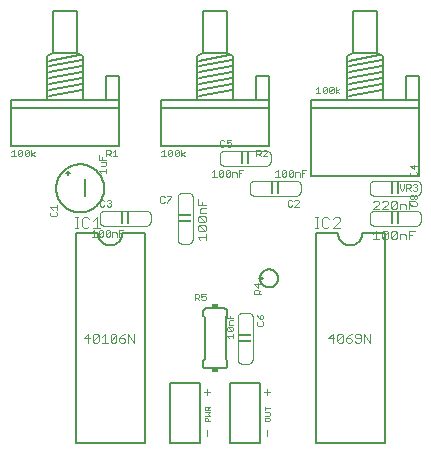
<source format=gto>
G75*
%MOIN*%
%OFA0B0*%
%FSLAX25Y25*%
%IPPOS*%
%LPD*%
%AMOC8*
5,1,8,0,0,1.08239X$1,22.5*
%
%ADD10C,0.00600*%
%ADD11C,0.00200*%
%ADD12R,0.01000X0.06400*%
%ADD13C,0.00400*%
%ADD14R,0.01000X0.04000*%
%ADD15C,0.00300*%
%ADD16R,0.04000X0.01000*%
%ADD17C,0.00500*%
%ADD18C,0.00800*%
%ADD19C,0.01000*%
%ADD20R,0.02000X0.01500*%
D10*
X0027000Y0018500D02*
X0050000Y0018500D01*
X0050000Y0088500D01*
X0042500Y0088500D01*
X0042498Y0088374D01*
X0042492Y0088249D01*
X0042482Y0088124D01*
X0042468Y0087999D01*
X0042451Y0087874D01*
X0042429Y0087750D01*
X0042404Y0087627D01*
X0042374Y0087505D01*
X0042341Y0087384D01*
X0042304Y0087264D01*
X0042264Y0087145D01*
X0042219Y0087028D01*
X0042171Y0086911D01*
X0042119Y0086797D01*
X0042064Y0086684D01*
X0042005Y0086573D01*
X0041943Y0086464D01*
X0041877Y0086357D01*
X0041808Y0086252D01*
X0041736Y0086149D01*
X0041661Y0086048D01*
X0041582Y0085950D01*
X0041500Y0085855D01*
X0041416Y0085762D01*
X0041328Y0085672D01*
X0041238Y0085584D01*
X0041145Y0085500D01*
X0041050Y0085418D01*
X0040952Y0085339D01*
X0040851Y0085264D01*
X0040748Y0085192D01*
X0040643Y0085123D01*
X0040536Y0085057D01*
X0040427Y0084995D01*
X0040316Y0084936D01*
X0040203Y0084881D01*
X0040089Y0084829D01*
X0039972Y0084781D01*
X0039855Y0084736D01*
X0039736Y0084696D01*
X0039616Y0084659D01*
X0039495Y0084626D01*
X0039373Y0084596D01*
X0039250Y0084571D01*
X0039126Y0084549D01*
X0039001Y0084532D01*
X0038876Y0084518D01*
X0038751Y0084508D01*
X0038626Y0084502D01*
X0038500Y0084500D01*
X0038374Y0084502D01*
X0038249Y0084508D01*
X0038124Y0084518D01*
X0037999Y0084532D01*
X0037874Y0084549D01*
X0037750Y0084571D01*
X0037627Y0084596D01*
X0037505Y0084626D01*
X0037384Y0084659D01*
X0037264Y0084696D01*
X0037145Y0084736D01*
X0037028Y0084781D01*
X0036911Y0084829D01*
X0036797Y0084881D01*
X0036684Y0084936D01*
X0036573Y0084995D01*
X0036464Y0085057D01*
X0036357Y0085123D01*
X0036252Y0085192D01*
X0036149Y0085264D01*
X0036048Y0085339D01*
X0035950Y0085418D01*
X0035855Y0085500D01*
X0035762Y0085584D01*
X0035672Y0085672D01*
X0035584Y0085762D01*
X0035500Y0085855D01*
X0035418Y0085950D01*
X0035339Y0086048D01*
X0035264Y0086149D01*
X0035192Y0086252D01*
X0035123Y0086357D01*
X0035057Y0086464D01*
X0034995Y0086573D01*
X0034936Y0086684D01*
X0034881Y0086797D01*
X0034829Y0086911D01*
X0034781Y0087028D01*
X0034736Y0087145D01*
X0034696Y0087264D01*
X0034659Y0087384D01*
X0034626Y0087505D01*
X0034596Y0087627D01*
X0034571Y0087750D01*
X0034549Y0087874D01*
X0034532Y0087999D01*
X0034518Y0088124D01*
X0034508Y0088249D01*
X0034502Y0088374D01*
X0034500Y0088500D01*
X0027000Y0088500D01*
X0027000Y0018500D01*
X0069500Y0044500D02*
X0069500Y0046000D01*
X0070000Y0046500D01*
X0070000Y0060500D01*
X0069500Y0061000D01*
X0069500Y0062500D01*
X0069502Y0062560D01*
X0069507Y0062621D01*
X0069516Y0062680D01*
X0069529Y0062739D01*
X0069545Y0062798D01*
X0069565Y0062855D01*
X0069588Y0062910D01*
X0069615Y0062965D01*
X0069644Y0063017D01*
X0069677Y0063068D01*
X0069713Y0063117D01*
X0069751Y0063163D01*
X0069793Y0063207D01*
X0069837Y0063249D01*
X0069883Y0063287D01*
X0069932Y0063323D01*
X0069983Y0063356D01*
X0070035Y0063385D01*
X0070090Y0063412D01*
X0070145Y0063435D01*
X0070202Y0063455D01*
X0070261Y0063471D01*
X0070320Y0063484D01*
X0070379Y0063493D01*
X0070440Y0063498D01*
X0070500Y0063500D01*
X0076500Y0063500D01*
X0076560Y0063498D01*
X0076621Y0063493D01*
X0076680Y0063484D01*
X0076739Y0063471D01*
X0076798Y0063455D01*
X0076855Y0063435D01*
X0076910Y0063412D01*
X0076965Y0063385D01*
X0077017Y0063356D01*
X0077068Y0063323D01*
X0077117Y0063287D01*
X0077163Y0063249D01*
X0077207Y0063207D01*
X0077249Y0063163D01*
X0077287Y0063117D01*
X0077323Y0063068D01*
X0077356Y0063017D01*
X0077385Y0062965D01*
X0077412Y0062910D01*
X0077435Y0062855D01*
X0077455Y0062798D01*
X0077471Y0062739D01*
X0077484Y0062680D01*
X0077493Y0062621D01*
X0077498Y0062560D01*
X0077500Y0062500D01*
X0077500Y0061000D01*
X0077000Y0060500D01*
X0077000Y0046500D01*
X0077500Y0046000D01*
X0077500Y0044500D01*
X0077498Y0044440D01*
X0077493Y0044379D01*
X0077484Y0044320D01*
X0077471Y0044261D01*
X0077455Y0044202D01*
X0077435Y0044145D01*
X0077412Y0044090D01*
X0077385Y0044035D01*
X0077356Y0043983D01*
X0077323Y0043932D01*
X0077287Y0043883D01*
X0077249Y0043837D01*
X0077207Y0043793D01*
X0077163Y0043751D01*
X0077117Y0043713D01*
X0077068Y0043677D01*
X0077017Y0043644D01*
X0076965Y0043615D01*
X0076910Y0043588D01*
X0076855Y0043565D01*
X0076798Y0043545D01*
X0076739Y0043529D01*
X0076680Y0043516D01*
X0076621Y0043507D01*
X0076560Y0043502D01*
X0076500Y0043500D01*
X0070500Y0043500D01*
X0070440Y0043502D01*
X0070379Y0043507D01*
X0070320Y0043516D01*
X0070261Y0043529D01*
X0070202Y0043545D01*
X0070145Y0043565D01*
X0070090Y0043588D01*
X0070035Y0043615D01*
X0069983Y0043644D01*
X0069932Y0043677D01*
X0069883Y0043713D01*
X0069837Y0043751D01*
X0069793Y0043793D01*
X0069751Y0043837D01*
X0069713Y0043883D01*
X0069677Y0043932D01*
X0069644Y0043983D01*
X0069615Y0044035D01*
X0069588Y0044090D01*
X0069565Y0044145D01*
X0069545Y0044202D01*
X0069529Y0044261D01*
X0069516Y0044320D01*
X0069507Y0044379D01*
X0069502Y0044440D01*
X0069500Y0044500D01*
X0069502Y0044440D01*
X0069507Y0044379D01*
X0069516Y0044320D01*
X0069529Y0044261D01*
X0069545Y0044202D01*
X0069565Y0044145D01*
X0069588Y0044090D01*
X0069615Y0044035D01*
X0069644Y0043983D01*
X0069677Y0043932D01*
X0069713Y0043883D01*
X0069751Y0043837D01*
X0069793Y0043793D01*
X0069837Y0043751D01*
X0069883Y0043713D01*
X0069932Y0043677D01*
X0069983Y0043644D01*
X0070035Y0043615D01*
X0070090Y0043588D01*
X0070145Y0043565D01*
X0070202Y0043545D01*
X0070261Y0043529D01*
X0070320Y0043516D01*
X0070379Y0043507D01*
X0070440Y0043502D01*
X0070500Y0043500D01*
X0076500Y0043500D02*
X0076560Y0043502D01*
X0076621Y0043507D01*
X0076680Y0043516D01*
X0076739Y0043529D01*
X0076798Y0043545D01*
X0076855Y0043565D01*
X0076910Y0043588D01*
X0076965Y0043615D01*
X0077017Y0043644D01*
X0077068Y0043677D01*
X0077117Y0043713D01*
X0077163Y0043751D01*
X0077207Y0043793D01*
X0077249Y0043837D01*
X0077287Y0043883D01*
X0077323Y0043932D01*
X0077356Y0043983D01*
X0077385Y0044035D01*
X0077412Y0044090D01*
X0077435Y0044145D01*
X0077455Y0044202D01*
X0077471Y0044261D01*
X0077484Y0044320D01*
X0077493Y0044379D01*
X0077498Y0044440D01*
X0077500Y0044500D01*
X0077500Y0062500D02*
X0077498Y0062560D01*
X0077493Y0062621D01*
X0077484Y0062680D01*
X0077471Y0062739D01*
X0077455Y0062798D01*
X0077435Y0062855D01*
X0077412Y0062910D01*
X0077385Y0062965D01*
X0077356Y0063017D01*
X0077323Y0063068D01*
X0077287Y0063117D01*
X0077249Y0063163D01*
X0077207Y0063207D01*
X0077163Y0063249D01*
X0077117Y0063287D01*
X0077068Y0063323D01*
X0077017Y0063356D01*
X0076965Y0063385D01*
X0076910Y0063412D01*
X0076855Y0063435D01*
X0076798Y0063455D01*
X0076739Y0063471D01*
X0076680Y0063484D01*
X0076621Y0063493D01*
X0076560Y0063498D01*
X0076500Y0063500D01*
X0070500Y0063500D02*
X0070440Y0063498D01*
X0070379Y0063493D01*
X0070320Y0063484D01*
X0070261Y0063471D01*
X0070202Y0063455D01*
X0070145Y0063435D01*
X0070090Y0063412D01*
X0070035Y0063385D01*
X0069983Y0063356D01*
X0069932Y0063323D01*
X0069883Y0063287D01*
X0069837Y0063249D01*
X0069793Y0063207D01*
X0069751Y0063163D01*
X0069713Y0063117D01*
X0069677Y0063068D01*
X0069644Y0063017D01*
X0069615Y0062965D01*
X0069588Y0062910D01*
X0069565Y0062855D01*
X0069545Y0062798D01*
X0069529Y0062739D01*
X0069516Y0062680D01*
X0069507Y0062621D01*
X0069502Y0062560D01*
X0069500Y0062500D01*
X0107000Y0088500D02*
X0114500Y0088500D01*
X0114502Y0088374D01*
X0114508Y0088249D01*
X0114518Y0088124D01*
X0114532Y0087999D01*
X0114549Y0087874D01*
X0114571Y0087750D01*
X0114596Y0087627D01*
X0114626Y0087505D01*
X0114659Y0087384D01*
X0114696Y0087264D01*
X0114736Y0087145D01*
X0114781Y0087028D01*
X0114829Y0086911D01*
X0114881Y0086797D01*
X0114936Y0086684D01*
X0114995Y0086573D01*
X0115057Y0086464D01*
X0115123Y0086357D01*
X0115192Y0086252D01*
X0115264Y0086149D01*
X0115339Y0086048D01*
X0115418Y0085950D01*
X0115500Y0085855D01*
X0115584Y0085762D01*
X0115672Y0085672D01*
X0115762Y0085584D01*
X0115855Y0085500D01*
X0115950Y0085418D01*
X0116048Y0085339D01*
X0116149Y0085264D01*
X0116252Y0085192D01*
X0116357Y0085123D01*
X0116464Y0085057D01*
X0116573Y0084995D01*
X0116684Y0084936D01*
X0116797Y0084881D01*
X0116911Y0084829D01*
X0117028Y0084781D01*
X0117145Y0084736D01*
X0117264Y0084696D01*
X0117384Y0084659D01*
X0117505Y0084626D01*
X0117627Y0084596D01*
X0117750Y0084571D01*
X0117874Y0084549D01*
X0117999Y0084532D01*
X0118124Y0084518D01*
X0118249Y0084508D01*
X0118374Y0084502D01*
X0118500Y0084500D01*
X0118626Y0084502D01*
X0118751Y0084508D01*
X0118876Y0084518D01*
X0119001Y0084532D01*
X0119126Y0084549D01*
X0119250Y0084571D01*
X0119373Y0084596D01*
X0119495Y0084626D01*
X0119616Y0084659D01*
X0119736Y0084696D01*
X0119855Y0084736D01*
X0119972Y0084781D01*
X0120089Y0084829D01*
X0120203Y0084881D01*
X0120316Y0084936D01*
X0120427Y0084995D01*
X0120536Y0085057D01*
X0120643Y0085123D01*
X0120748Y0085192D01*
X0120851Y0085264D01*
X0120952Y0085339D01*
X0121050Y0085418D01*
X0121145Y0085500D01*
X0121238Y0085584D01*
X0121328Y0085672D01*
X0121416Y0085762D01*
X0121500Y0085855D01*
X0121582Y0085950D01*
X0121661Y0086048D01*
X0121736Y0086149D01*
X0121808Y0086252D01*
X0121877Y0086357D01*
X0121943Y0086464D01*
X0122005Y0086573D01*
X0122064Y0086684D01*
X0122119Y0086797D01*
X0122171Y0086911D01*
X0122219Y0087028D01*
X0122264Y0087145D01*
X0122304Y0087264D01*
X0122341Y0087384D01*
X0122374Y0087505D01*
X0122404Y0087627D01*
X0122429Y0087750D01*
X0122451Y0087874D01*
X0122468Y0087999D01*
X0122482Y0088124D01*
X0122492Y0088249D01*
X0122498Y0088374D01*
X0122500Y0088500D01*
X0130000Y0088500D01*
X0130000Y0018500D01*
X0107000Y0018500D01*
X0107000Y0088500D01*
X0020500Y0103500D02*
X0020502Y0103696D01*
X0020510Y0103893D01*
X0020522Y0104089D01*
X0020539Y0104284D01*
X0020560Y0104479D01*
X0020587Y0104674D01*
X0020618Y0104868D01*
X0020654Y0105061D01*
X0020694Y0105253D01*
X0020740Y0105444D01*
X0020790Y0105634D01*
X0020844Y0105822D01*
X0020904Y0106009D01*
X0020968Y0106195D01*
X0021036Y0106379D01*
X0021109Y0106561D01*
X0021186Y0106742D01*
X0021268Y0106920D01*
X0021354Y0107097D01*
X0021445Y0107271D01*
X0021539Y0107443D01*
X0021638Y0107613D01*
X0021741Y0107780D01*
X0021848Y0107945D01*
X0021959Y0108106D01*
X0022074Y0108266D01*
X0022193Y0108422D01*
X0022316Y0108575D01*
X0022442Y0108725D01*
X0022572Y0108872D01*
X0022706Y0109016D01*
X0022843Y0109157D01*
X0022984Y0109294D01*
X0023128Y0109428D01*
X0023275Y0109558D01*
X0023425Y0109684D01*
X0023578Y0109807D01*
X0023734Y0109926D01*
X0023894Y0110041D01*
X0024055Y0110152D01*
X0024220Y0110259D01*
X0024387Y0110362D01*
X0024557Y0110461D01*
X0024729Y0110555D01*
X0024903Y0110646D01*
X0025080Y0110732D01*
X0025258Y0110814D01*
X0025439Y0110891D01*
X0025621Y0110964D01*
X0025805Y0111032D01*
X0025991Y0111096D01*
X0026178Y0111156D01*
X0026366Y0111210D01*
X0026556Y0111260D01*
X0026747Y0111306D01*
X0026939Y0111346D01*
X0027132Y0111382D01*
X0027326Y0111413D01*
X0027521Y0111440D01*
X0027716Y0111461D01*
X0027911Y0111478D01*
X0028107Y0111490D01*
X0028304Y0111498D01*
X0028500Y0111500D01*
X0028696Y0111498D01*
X0028893Y0111490D01*
X0029089Y0111478D01*
X0029284Y0111461D01*
X0029479Y0111440D01*
X0029674Y0111413D01*
X0029868Y0111382D01*
X0030061Y0111346D01*
X0030253Y0111306D01*
X0030444Y0111260D01*
X0030634Y0111210D01*
X0030822Y0111156D01*
X0031009Y0111096D01*
X0031195Y0111032D01*
X0031379Y0110964D01*
X0031561Y0110891D01*
X0031742Y0110814D01*
X0031920Y0110732D01*
X0032097Y0110646D01*
X0032271Y0110555D01*
X0032443Y0110461D01*
X0032613Y0110362D01*
X0032780Y0110259D01*
X0032945Y0110152D01*
X0033106Y0110041D01*
X0033266Y0109926D01*
X0033422Y0109807D01*
X0033575Y0109684D01*
X0033725Y0109558D01*
X0033872Y0109428D01*
X0034016Y0109294D01*
X0034157Y0109157D01*
X0034294Y0109016D01*
X0034428Y0108872D01*
X0034558Y0108725D01*
X0034684Y0108575D01*
X0034807Y0108422D01*
X0034926Y0108266D01*
X0035041Y0108106D01*
X0035152Y0107945D01*
X0035259Y0107780D01*
X0035362Y0107613D01*
X0035461Y0107443D01*
X0035555Y0107271D01*
X0035646Y0107097D01*
X0035732Y0106920D01*
X0035814Y0106742D01*
X0035891Y0106561D01*
X0035964Y0106379D01*
X0036032Y0106195D01*
X0036096Y0106009D01*
X0036156Y0105822D01*
X0036210Y0105634D01*
X0036260Y0105444D01*
X0036306Y0105253D01*
X0036346Y0105061D01*
X0036382Y0104868D01*
X0036413Y0104674D01*
X0036440Y0104479D01*
X0036461Y0104284D01*
X0036478Y0104089D01*
X0036490Y0103893D01*
X0036498Y0103696D01*
X0036500Y0103500D01*
X0036498Y0103304D01*
X0036490Y0103107D01*
X0036478Y0102911D01*
X0036461Y0102716D01*
X0036440Y0102521D01*
X0036413Y0102326D01*
X0036382Y0102132D01*
X0036346Y0101939D01*
X0036306Y0101747D01*
X0036260Y0101556D01*
X0036210Y0101366D01*
X0036156Y0101178D01*
X0036096Y0100991D01*
X0036032Y0100805D01*
X0035964Y0100621D01*
X0035891Y0100439D01*
X0035814Y0100258D01*
X0035732Y0100080D01*
X0035646Y0099903D01*
X0035555Y0099729D01*
X0035461Y0099557D01*
X0035362Y0099387D01*
X0035259Y0099220D01*
X0035152Y0099055D01*
X0035041Y0098894D01*
X0034926Y0098734D01*
X0034807Y0098578D01*
X0034684Y0098425D01*
X0034558Y0098275D01*
X0034428Y0098128D01*
X0034294Y0097984D01*
X0034157Y0097843D01*
X0034016Y0097706D01*
X0033872Y0097572D01*
X0033725Y0097442D01*
X0033575Y0097316D01*
X0033422Y0097193D01*
X0033266Y0097074D01*
X0033106Y0096959D01*
X0032945Y0096848D01*
X0032780Y0096741D01*
X0032613Y0096638D01*
X0032443Y0096539D01*
X0032271Y0096445D01*
X0032097Y0096354D01*
X0031920Y0096268D01*
X0031742Y0096186D01*
X0031561Y0096109D01*
X0031379Y0096036D01*
X0031195Y0095968D01*
X0031009Y0095904D01*
X0030822Y0095844D01*
X0030634Y0095790D01*
X0030444Y0095740D01*
X0030253Y0095694D01*
X0030061Y0095654D01*
X0029868Y0095618D01*
X0029674Y0095587D01*
X0029479Y0095560D01*
X0029284Y0095539D01*
X0029089Y0095522D01*
X0028893Y0095510D01*
X0028696Y0095502D01*
X0028500Y0095500D01*
X0028304Y0095502D01*
X0028107Y0095510D01*
X0027911Y0095522D01*
X0027716Y0095539D01*
X0027521Y0095560D01*
X0027326Y0095587D01*
X0027132Y0095618D01*
X0026939Y0095654D01*
X0026747Y0095694D01*
X0026556Y0095740D01*
X0026366Y0095790D01*
X0026178Y0095844D01*
X0025991Y0095904D01*
X0025805Y0095968D01*
X0025621Y0096036D01*
X0025439Y0096109D01*
X0025258Y0096186D01*
X0025080Y0096268D01*
X0024903Y0096354D01*
X0024729Y0096445D01*
X0024557Y0096539D01*
X0024387Y0096638D01*
X0024220Y0096741D01*
X0024055Y0096848D01*
X0023894Y0096959D01*
X0023734Y0097074D01*
X0023578Y0097193D01*
X0023425Y0097316D01*
X0023275Y0097442D01*
X0023128Y0097572D01*
X0022984Y0097706D01*
X0022843Y0097843D01*
X0022706Y0097984D01*
X0022572Y0098128D01*
X0022442Y0098275D01*
X0022316Y0098425D01*
X0022193Y0098578D01*
X0022074Y0098734D01*
X0021959Y0098894D01*
X0021848Y0099055D01*
X0021741Y0099220D01*
X0021638Y0099387D01*
X0021539Y0099557D01*
X0021445Y0099729D01*
X0021354Y0099903D01*
X0021268Y0100080D01*
X0021186Y0100258D01*
X0021109Y0100439D01*
X0021036Y0100621D01*
X0020968Y0100805D01*
X0020904Y0100991D01*
X0020844Y0101178D01*
X0020790Y0101366D01*
X0020740Y0101556D01*
X0020694Y0101747D01*
X0020654Y0101939D01*
X0020618Y0102132D01*
X0020587Y0102326D01*
X0020560Y0102521D01*
X0020539Y0102716D01*
X0020522Y0102911D01*
X0020510Y0103107D01*
X0020502Y0103304D01*
X0020500Y0103500D01*
X0024500Y0107750D02*
X0024500Y0108500D01*
X0024500Y0109250D01*
X0024500Y0108500D02*
X0025250Y0108500D01*
X0024500Y0108500D02*
X0023750Y0108500D01*
D11*
X0020800Y0097858D02*
X0020800Y0096390D01*
X0020800Y0097124D02*
X0018598Y0097124D01*
X0019332Y0096390D01*
X0018965Y0095648D02*
X0018598Y0095281D01*
X0018598Y0094547D01*
X0018965Y0094180D01*
X0020433Y0094180D01*
X0020800Y0094547D01*
X0020800Y0095281D01*
X0020433Y0095648D01*
X0032551Y0088868D02*
X0033285Y0089602D01*
X0033285Y0087400D01*
X0034018Y0087400D02*
X0032551Y0087400D01*
X0034760Y0087767D02*
X0036228Y0089235D01*
X0036228Y0087767D01*
X0035861Y0087400D01*
X0035127Y0087400D01*
X0034760Y0087767D01*
X0034760Y0089235D01*
X0035127Y0089602D01*
X0035861Y0089602D01*
X0036228Y0089235D01*
X0036970Y0089235D02*
X0037337Y0089602D01*
X0038071Y0089602D01*
X0038438Y0089235D01*
X0036970Y0087767D01*
X0037337Y0087400D01*
X0038071Y0087400D01*
X0038438Y0087767D01*
X0038438Y0089235D01*
X0039180Y0088868D02*
X0040281Y0088868D01*
X0040648Y0088501D01*
X0040648Y0087400D01*
X0041390Y0087400D02*
X0041390Y0089602D01*
X0042858Y0089602D01*
X0042124Y0088501D02*
X0041390Y0088501D01*
X0039180Y0088868D02*
X0039180Y0087400D01*
X0036970Y0087767D02*
X0036970Y0089235D01*
X0037677Y0097400D02*
X0037310Y0097767D01*
X0037677Y0097400D02*
X0038411Y0097400D01*
X0038778Y0097767D01*
X0038778Y0098134D01*
X0038411Y0098501D01*
X0038044Y0098501D01*
X0038411Y0098501D02*
X0038778Y0098868D01*
X0038778Y0099235D01*
X0038411Y0099602D01*
X0037677Y0099602D01*
X0037310Y0099235D01*
X0036568Y0099235D02*
X0036201Y0099602D01*
X0035467Y0099602D01*
X0035100Y0099235D01*
X0035100Y0097767D01*
X0035467Y0097400D01*
X0036201Y0097400D01*
X0036568Y0097767D01*
X0037050Y0108600D02*
X0037050Y0110068D01*
X0037050Y0109334D02*
X0034848Y0109334D01*
X0035582Y0108600D01*
X0035582Y0110810D02*
X0036683Y0110810D01*
X0037050Y0111177D01*
X0037050Y0112278D01*
X0035582Y0112278D01*
X0035949Y0113020D02*
X0035949Y0113754D01*
X0037180Y0114200D02*
X0037180Y0116402D01*
X0038281Y0116402D01*
X0038648Y0116035D01*
X0038648Y0115301D01*
X0038281Y0114934D01*
X0037180Y0114934D01*
X0037914Y0114934D02*
X0038648Y0114200D01*
X0039390Y0114200D02*
X0040858Y0114200D01*
X0040124Y0114200D02*
X0040124Y0116402D01*
X0039390Y0115668D01*
X0037050Y0113020D02*
X0034848Y0113020D01*
X0034848Y0114488D01*
X0055600Y0114200D02*
X0057068Y0114200D01*
X0056334Y0114200D02*
X0056334Y0116402D01*
X0055600Y0115668D01*
X0057810Y0116035D02*
X0057810Y0114567D01*
X0059278Y0116035D01*
X0059278Y0114567D01*
X0058911Y0114200D01*
X0058177Y0114200D01*
X0057810Y0114567D01*
X0057810Y0116035D02*
X0058177Y0116402D01*
X0058911Y0116402D01*
X0059278Y0116035D01*
X0060020Y0116035D02*
X0060020Y0114567D01*
X0061488Y0116035D01*
X0061488Y0114567D01*
X0061121Y0114200D01*
X0060387Y0114200D01*
X0060020Y0114567D01*
X0060020Y0116035D02*
X0060387Y0116402D01*
X0061121Y0116402D01*
X0061488Y0116035D01*
X0062230Y0116402D02*
X0062230Y0114200D01*
X0062230Y0114934D02*
X0063331Y0115668D01*
X0062230Y0114934D02*
X0063331Y0114200D01*
X0072551Y0108868D02*
X0073285Y0109602D01*
X0073285Y0107400D01*
X0074018Y0107400D02*
X0072551Y0107400D01*
X0074760Y0107767D02*
X0074760Y0109235D01*
X0075127Y0109602D01*
X0075861Y0109602D01*
X0076228Y0109235D01*
X0074760Y0107767D01*
X0075127Y0107400D01*
X0075861Y0107400D01*
X0076228Y0107767D01*
X0076228Y0109235D01*
X0076970Y0109235D02*
X0076970Y0107767D01*
X0078438Y0109235D01*
X0078438Y0107767D01*
X0078071Y0107400D01*
X0077337Y0107400D01*
X0076970Y0107767D01*
X0076970Y0109235D02*
X0077337Y0109602D01*
X0078071Y0109602D01*
X0078438Y0109235D01*
X0079180Y0108868D02*
X0079180Y0107400D01*
X0079180Y0108868D02*
X0080281Y0108868D01*
X0080648Y0108501D01*
X0080648Y0107400D01*
X0081390Y0107400D02*
X0081390Y0109602D01*
X0082858Y0109602D01*
X0082124Y0108501D02*
X0081390Y0108501D01*
X0087180Y0114200D02*
X0087180Y0116402D01*
X0088281Y0116402D01*
X0088648Y0116035D01*
X0088648Y0115301D01*
X0088281Y0114934D01*
X0087180Y0114934D01*
X0087914Y0114934D02*
X0088648Y0114200D01*
X0089390Y0114200D02*
X0090858Y0115668D01*
X0090858Y0116035D01*
X0090491Y0116402D01*
X0089757Y0116402D01*
X0089390Y0116035D01*
X0089390Y0114200D02*
X0090858Y0114200D01*
X0094334Y0109602D02*
X0093600Y0108868D01*
X0094334Y0109602D02*
X0094334Y0107400D01*
X0093600Y0107400D02*
X0095068Y0107400D01*
X0095810Y0107767D02*
X0097278Y0109235D01*
X0097278Y0107767D01*
X0096911Y0107400D01*
X0096177Y0107400D01*
X0095810Y0107767D01*
X0095810Y0109235D01*
X0096177Y0109602D01*
X0096911Y0109602D01*
X0097278Y0109235D01*
X0098020Y0109235D02*
X0098020Y0107767D01*
X0099488Y0109235D01*
X0099488Y0107767D01*
X0099121Y0107400D01*
X0098387Y0107400D01*
X0098020Y0107767D01*
X0098020Y0109235D02*
X0098387Y0109602D01*
X0099121Y0109602D01*
X0099488Y0109235D01*
X0100230Y0108868D02*
X0101331Y0108868D01*
X0101698Y0108501D01*
X0101698Y0107400D01*
X0102440Y0107400D02*
X0102440Y0109602D01*
X0103907Y0109602D01*
X0103173Y0108501D02*
X0102440Y0108501D01*
X0100230Y0108868D02*
X0100230Y0107400D01*
X0100257Y0099602D02*
X0099890Y0099235D01*
X0100257Y0099602D02*
X0100991Y0099602D01*
X0101358Y0099235D01*
X0101358Y0098868D01*
X0099890Y0097400D01*
X0101358Y0097400D01*
X0099148Y0097767D02*
X0098781Y0097400D01*
X0098047Y0097400D01*
X0097680Y0097767D01*
X0097680Y0099235D01*
X0098047Y0099602D01*
X0098781Y0099602D01*
X0099148Y0099235D01*
X0078778Y0117767D02*
X0078411Y0117400D01*
X0077677Y0117400D01*
X0077310Y0117767D01*
X0077310Y0118501D02*
X0078044Y0118868D01*
X0078411Y0118868D01*
X0078778Y0118501D01*
X0078778Y0117767D01*
X0077310Y0118501D02*
X0077310Y0119602D01*
X0078778Y0119602D01*
X0076568Y0119235D02*
X0076201Y0119602D01*
X0075467Y0119602D01*
X0075100Y0119235D01*
X0075100Y0117767D01*
X0075467Y0117400D01*
X0076201Y0117400D01*
X0076568Y0117767D01*
X0058858Y0100802D02*
X0058858Y0100435D01*
X0057390Y0098967D01*
X0057390Y0098600D01*
X0056648Y0098967D02*
X0056281Y0098600D01*
X0055547Y0098600D01*
X0055180Y0098967D01*
X0055180Y0100435D01*
X0055547Y0100802D01*
X0056281Y0100802D01*
X0056648Y0100435D01*
X0057390Y0100802D02*
X0058858Y0100802D01*
X0086598Y0071491D02*
X0087699Y0070390D01*
X0087699Y0071858D01*
X0088800Y0071491D02*
X0086598Y0071491D01*
X0086965Y0069648D02*
X0087699Y0069648D01*
X0088066Y0069281D01*
X0088066Y0068180D01*
X0088800Y0068180D02*
X0086598Y0068180D01*
X0086598Y0069281D01*
X0086965Y0069648D01*
X0088066Y0068914D02*
X0088800Y0069648D01*
X0088866Y0061358D02*
X0088499Y0060991D01*
X0088499Y0059890D01*
X0089233Y0059890D01*
X0089600Y0060257D01*
X0089600Y0060991D01*
X0089233Y0061358D01*
X0088866Y0061358D01*
X0087765Y0060624D02*
X0088499Y0059890D01*
X0087765Y0060624D02*
X0087398Y0061358D01*
X0087765Y0059148D02*
X0087398Y0058781D01*
X0087398Y0058047D01*
X0087765Y0057680D01*
X0089233Y0057680D01*
X0089600Y0058047D01*
X0089600Y0058781D01*
X0089233Y0059148D01*
X0079600Y0059488D02*
X0078499Y0059488D01*
X0078132Y0059121D01*
X0078132Y0058020D01*
X0079600Y0058020D01*
X0079233Y0057278D02*
X0077765Y0057278D01*
X0079233Y0055810D01*
X0079600Y0056177D01*
X0079600Y0056911D01*
X0079233Y0057278D01*
X0077765Y0057278D02*
X0077398Y0056911D01*
X0077398Y0056177D01*
X0077765Y0055810D01*
X0079233Y0055810D01*
X0079600Y0055068D02*
X0079600Y0053600D01*
X0079600Y0054334D02*
X0077398Y0054334D01*
X0078132Y0053600D01*
X0078499Y0060230D02*
X0078499Y0060964D01*
X0077398Y0060230D02*
X0077398Y0061698D01*
X0077398Y0060230D02*
X0079600Y0060230D01*
X0070358Y0066467D02*
X0069991Y0066100D01*
X0069257Y0066100D01*
X0068890Y0066467D01*
X0068890Y0067201D02*
X0069624Y0067568D01*
X0069991Y0067568D01*
X0070358Y0067201D01*
X0070358Y0066467D01*
X0068890Y0067201D02*
X0068890Y0068302D01*
X0070358Y0068302D01*
X0068148Y0067935D02*
X0068148Y0067201D01*
X0067781Y0066834D01*
X0066680Y0066834D01*
X0066680Y0066100D02*
X0066680Y0068302D01*
X0067781Y0068302D01*
X0068148Y0067935D01*
X0067414Y0066834D02*
X0068148Y0066100D01*
X0070274Y0030722D02*
X0070874Y0030722D01*
X0071174Y0030422D01*
X0071174Y0029521D01*
X0071174Y0030121D02*
X0071775Y0030722D01*
X0071775Y0029521D02*
X0069973Y0029521D01*
X0069973Y0030422D01*
X0070274Y0030722D01*
X0069973Y0028880D02*
X0071775Y0028880D01*
X0071174Y0028280D01*
X0071775Y0027679D01*
X0069973Y0027679D01*
X0070274Y0027039D02*
X0070874Y0027039D01*
X0071174Y0026738D01*
X0071174Y0025838D01*
X0071775Y0025838D02*
X0069973Y0025838D01*
X0069973Y0026738D01*
X0070274Y0027039D01*
X0089973Y0026738D02*
X0089973Y0026138D01*
X0090274Y0025838D01*
X0091475Y0025838D01*
X0091775Y0026138D01*
X0091775Y0026738D01*
X0091475Y0027039D01*
X0090274Y0027039D01*
X0089973Y0026738D01*
X0089973Y0027679D02*
X0091475Y0027679D01*
X0091775Y0027979D01*
X0091775Y0028580D01*
X0091475Y0028880D01*
X0089973Y0028880D01*
X0089973Y0029521D02*
X0089973Y0030722D01*
X0089973Y0030121D02*
X0091775Y0030121D01*
X0138965Y0097600D02*
X0140433Y0097600D01*
X0140800Y0097967D01*
X0140800Y0098701D01*
X0140433Y0099068D01*
X0140433Y0099810D02*
X0140066Y0099810D01*
X0139699Y0100177D01*
X0139699Y0100911D01*
X0140066Y0101278D01*
X0140433Y0101278D01*
X0140800Y0100911D01*
X0140800Y0100177D01*
X0140433Y0099810D01*
X0139699Y0100177D02*
X0139332Y0099810D01*
X0138965Y0099810D01*
X0138598Y0100177D01*
X0138598Y0100911D01*
X0138965Y0101278D01*
X0139332Y0101278D01*
X0139699Y0100911D01*
X0139757Y0102700D02*
X0139390Y0103067D01*
X0139757Y0102700D02*
X0140491Y0102700D01*
X0140858Y0103067D01*
X0140858Y0103434D01*
X0140491Y0103801D01*
X0140124Y0103801D01*
X0140491Y0103801D02*
X0140858Y0104168D01*
X0140858Y0104535D01*
X0140491Y0104902D01*
X0139757Y0104902D01*
X0139390Y0104535D01*
X0138648Y0104535D02*
X0138648Y0103801D01*
X0138281Y0103434D01*
X0137180Y0103434D01*
X0137180Y0102700D02*
X0137180Y0104902D01*
X0138281Y0104902D01*
X0138648Y0104535D01*
X0137914Y0103434D02*
X0138648Y0102700D01*
X0136438Y0103434D02*
X0136438Y0104902D01*
X0134970Y0104902D02*
X0134970Y0103434D01*
X0135704Y0102700D01*
X0136438Y0103434D01*
X0138965Y0107600D02*
X0140433Y0107600D01*
X0140800Y0107967D01*
X0140800Y0108701D01*
X0140433Y0109068D01*
X0139699Y0109810D02*
X0139699Y0111278D01*
X0138598Y0110911D02*
X0139699Y0109810D01*
X0138965Y0109068D02*
X0138598Y0108701D01*
X0138598Y0107967D01*
X0138965Y0107600D01*
X0138598Y0110911D02*
X0140800Y0110911D01*
X0138965Y0099068D02*
X0138598Y0098701D01*
X0138598Y0097967D01*
X0138965Y0097600D01*
X0114859Y0135100D02*
X0113758Y0135834D01*
X0114859Y0136568D01*
X0113758Y0137302D02*
X0113758Y0135100D01*
X0113016Y0135467D02*
X0113016Y0136935D01*
X0111549Y0135467D01*
X0111916Y0135100D01*
X0112649Y0135100D01*
X0113016Y0135467D01*
X0111549Y0135467D02*
X0111549Y0136935D01*
X0111916Y0137302D01*
X0112649Y0137302D01*
X0113016Y0136935D01*
X0110807Y0136935D02*
X0110807Y0135467D01*
X0110440Y0135100D01*
X0109706Y0135100D01*
X0109339Y0135467D01*
X0110807Y0136935D01*
X0110440Y0137302D01*
X0109706Y0137302D01*
X0109339Y0136935D01*
X0109339Y0135467D01*
X0108597Y0135100D02*
X0107129Y0135100D01*
X0107863Y0135100D02*
X0107863Y0137302D01*
X0107129Y0136568D01*
X0013331Y0115668D02*
X0012230Y0114934D01*
X0013331Y0114200D01*
X0012230Y0114200D02*
X0012230Y0116402D01*
X0011488Y0116035D02*
X0011121Y0116402D01*
X0010387Y0116402D01*
X0010020Y0116035D01*
X0010020Y0114567D01*
X0011488Y0116035D01*
X0011488Y0114567D01*
X0011121Y0114200D01*
X0010387Y0114200D01*
X0010020Y0114567D01*
X0009278Y0114567D02*
X0009278Y0116035D01*
X0007810Y0114567D01*
X0008177Y0114200D01*
X0008911Y0114200D01*
X0009278Y0114567D01*
X0009278Y0116035D02*
X0008911Y0116402D01*
X0008177Y0116402D01*
X0007810Y0116035D01*
X0007810Y0114567D01*
X0007068Y0114200D02*
X0005600Y0114200D01*
X0006334Y0114200D02*
X0006334Y0116402D01*
X0005600Y0115668D01*
D12*
X0030000Y0103500D03*
D13*
X0036500Y0096000D02*
X0050500Y0096000D01*
X0050576Y0095998D01*
X0050652Y0095992D01*
X0050727Y0095983D01*
X0050802Y0095969D01*
X0050876Y0095952D01*
X0050949Y0095931D01*
X0051021Y0095907D01*
X0051092Y0095878D01*
X0051161Y0095847D01*
X0051228Y0095812D01*
X0051293Y0095773D01*
X0051357Y0095731D01*
X0051418Y0095686D01*
X0051477Y0095638D01*
X0051533Y0095587D01*
X0051587Y0095533D01*
X0051638Y0095477D01*
X0051686Y0095418D01*
X0051731Y0095357D01*
X0051773Y0095293D01*
X0051812Y0095228D01*
X0051847Y0095161D01*
X0051878Y0095092D01*
X0051907Y0095021D01*
X0051931Y0094949D01*
X0051952Y0094876D01*
X0051969Y0094802D01*
X0051983Y0094727D01*
X0051992Y0094652D01*
X0051998Y0094576D01*
X0052000Y0094500D01*
X0052000Y0092500D01*
X0051998Y0092424D01*
X0051992Y0092348D01*
X0051983Y0092273D01*
X0051969Y0092198D01*
X0051952Y0092124D01*
X0051931Y0092051D01*
X0051907Y0091979D01*
X0051878Y0091908D01*
X0051847Y0091839D01*
X0051812Y0091772D01*
X0051773Y0091707D01*
X0051731Y0091643D01*
X0051686Y0091582D01*
X0051638Y0091523D01*
X0051587Y0091467D01*
X0051533Y0091413D01*
X0051477Y0091362D01*
X0051418Y0091314D01*
X0051357Y0091269D01*
X0051293Y0091227D01*
X0051228Y0091188D01*
X0051161Y0091153D01*
X0051092Y0091122D01*
X0051021Y0091093D01*
X0050949Y0091069D01*
X0050876Y0091048D01*
X0050802Y0091031D01*
X0050727Y0091017D01*
X0050652Y0091008D01*
X0050576Y0091002D01*
X0050500Y0091000D01*
X0036500Y0091000D01*
X0035241Y0090200D02*
X0032839Y0090200D01*
X0034040Y0090200D02*
X0034040Y0093803D01*
X0032839Y0092602D01*
X0031557Y0093203D02*
X0030957Y0093803D01*
X0029756Y0093803D01*
X0029155Y0093203D01*
X0029155Y0090801D01*
X0029756Y0090200D01*
X0030957Y0090200D01*
X0031557Y0090801D01*
X0035000Y0092500D02*
X0035000Y0094500D01*
X0035002Y0094576D01*
X0035008Y0094652D01*
X0035017Y0094727D01*
X0035031Y0094802D01*
X0035048Y0094876D01*
X0035069Y0094949D01*
X0035093Y0095021D01*
X0035122Y0095092D01*
X0035153Y0095161D01*
X0035188Y0095228D01*
X0035227Y0095293D01*
X0035269Y0095357D01*
X0035314Y0095418D01*
X0035362Y0095477D01*
X0035413Y0095533D01*
X0035467Y0095587D01*
X0035523Y0095638D01*
X0035582Y0095686D01*
X0035643Y0095731D01*
X0035707Y0095773D01*
X0035772Y0095812D01*
X0035839Y0095847D01*
X0035908Y0095878D01*
X0035979Y0095907D01*
X0036051Y0095931D01*
X0036124Y0095952D01*
X0036198Y0095969D01*
X0036273Y0095983D01*
X0036348Y0095992D01*
X0036424Y0095998D01*
X0036500Y0096000D01*
X0035000Y0092500D02*
X0035002Y0092424D01*
X0035008Y0092348D01*
X0035017Y0092273D01*
X0035031Y0092198D01*
X0035048Y0092124D01*
X0035069Y0092051D01*
X0035093Y0091979D01*
X0035122Y0091908D01*
X0035153Y0091839D01*
X0035188Y0091772D01*
X0035227Y0091707D01*
X0035269Y0091643D01*
X0035314Y0091582D01*
X0035362Y0091523D01*
X0035413Y0091467D01*
X0035467Y0091413D01*
X0035523Y0091362D01*
X0035582Y0091314D01*
X0035643Y0091269D01*
X0035707Y0091227D01*
X0035772Y0091188D01*
X0035839Y0091153D01*
X0035908Y0091122D01*
X0035979Y0091093D01*
X0036051Y0091069D01*
X0036124Y0091048D01*
X0036198Y0091031D01*
X0036273Y0091017D01*
X0036348Y0091008D01*
X0036424Y0091002D01*
X0036500Y0091000D01*
X0027901Y0090200D02*
X0026700Y0090200D01*
X0027301Y0090200D02*
X0027301Y0093803D01*
X0027901Y0093803D02*
X0026700Y0093803D01*
X0061000Y0100500D02*
X0061000Y0086500D01*
X0061002Y0086424D01*
X0061008Y0086348D01*
X0061017Y0086273D01*
X0061031Y0086198D01*
X0061048Y0086124D01*
X0061069Y0086051D01*
X0061093Y0085979D01*
X0061122Y0085908D01*
X0061153Y0085839D01*
X0061188Y0085772D01*
X0061227Y0085707D01*
X0061269Y0085643D01*
X0061314Y0085582D01*
X0061362Y0085523D01*
X0061413Y0085467D01*
X0061467Y0085413D01*
X0061523Y0085362D01*
X0061582Y0085314D01*
X0061643Y0085269D01*
X0061707Y0085227D01*
X0061772Y0085188D01*
X0061839Y0085153D01*
X0061908Y0085122D01*
X0061979Y0085093D01*
X0062051Y0085069D01*
X0062124Y0085048D01*
X0062198Y0085031D01*
X0062273Y0085017D01*
X0062348Y0085008D01*
X0062424Y0085002D01*
X0062500Y0085000D01*
X0064500Y0085000D01*
X0064576Y0085002D01*
X0064652Y0085008D01*
X0064727Y0085017D01*
X0064802Y0085031D01*
X0064876Y0085048D01*
X0064949Y0085069D01*
X0065021Y0085093D01*
X0065092Y0085122D01*
X0065161Y0085153D01*
X0065228Y0085188D01*
X0065293Y0085227D01*
X0065357Y0085269D01*
X0065418Y0085314D01*
X0065477Y0085362D01*
X0065533Y0085413D01*
X0065587Y0085467D01*
X0065638Y0085523D01*
X0065686Y0085582D01*
X0065731Y0085643D01*
X0065773Y0085707D01*
X0065812Y0085772D01*
X0065847Y0085839D01*
X0065878Y0085908D01*
X0065907Y0085979D01*
X0065931Y0086051D01*
X0065952Y0086124D01*
X0065969Y0086198D01*
X0065983Y0086273D01*
X0065992Y0086348D01*
X0065998Y0086424D01*
X0066000Y0086500D01*
X0066000Y0100500D01*
X0065998Y0100576D01*
X0065992Y0100652D01*
X0065983Y0100727D01*
X0065969Y0100802D01*
X0065952Y0100876D01*
X0065931Y0100949D01*
X0065907Y0101021D01*
X0065878Y0101092D01*
X0065847Y0101161D01*
X0065812Y0101228D01*
X0065773Y0101293D01*
X0065731Y0101357D01*
X0065686Y0101418D01*
X0065638Y0101477D01*
X0065587Y0101533D01*
X0065533Y0101587D01*
X0065477Y0101638D01*
X0065418Y0101686D01*
X0065357Y0101731D01*
X0065293Y0101773D01*
X0065228Y0101812D01*
X0065161Y0101847D01*
X0065092Y0101878D01*
X0065021Y0101907D01*
X0064949Y0101931D01*
X0064876Y0101952D01*
X0064802Y0101969D01*
X0064727Y0101983D01*
X0064652Y0101992D01*
X0064576Y0101998D01*
X0064500Y0102000D01*
X0062500Y0102000D01*
X0062424Y0101998D01*
X0062348Y0101992D01*
X0062273Y0101983D01*
X0062198Y0101969D01*
X0062124Y0101952D01*
X0062051Y0101931D01*
X0061979Y0101907D01*
X0061908Y0101878D01*
X0061839Y0101847D01*
X0061772Y0101812D01*
X0061707Y0101773D01*
X0061643Y0101731D01*
X0061582Y0101686D01*
X0061523Y0101638D01*
X0061467Y0101587D01*
X0061413Y0101533D01*
X0061362Y0101477D01*
X0061314Y0101418D01*
X0061269Y0101357D01*
X0061227Y0101293D01*
X0061188Y0101228D01*
X0061153Y0101161D01*
X0061122Y0101092D01*
X0061093Y0101021D01*
X0061069Y0100949D01*
X0061048Y0100876D01*
X0061031Y0100802D01*
X0061017Y0100727D01*
X0061008Y0100652D01*
X0061002Y0100576D01*
X0061000Y0100500D01*
X0075000Y0112500D02*
X0075000Y0114500D01*
X0075002Y0114576D01*
X0075008Y0114652D01*
X0075017Y0114727D01*
X0075031Y0114802D01*
X0075048Y0114876D01*
X0075069Y0114949D01*
X0075093Y0115021D01*
X0075122Y0115092D01*
X0075153Y0115161D01*
X0075188Y0115228D01*
X0075227Y0115293D01*
X0075269Y0115357D01*
X0075314Y0115418D01*
X0075362Y0115477D01*
X0075413Y0115533D01*
X0075467Y0115587D01*
X0075523Y0115638D01*
X0075582Y0115686D01*
X0075643Y0115731D01*
X0075707Y0115773D01*
X0075772Y0115812D01*
X0075839Y0115847D01*
X0075908Y0115878D01*
X0075979Y0115907D01*
X0076051Y0115931D01*
X0076124Y0115952D01*
X0076198Y0115969D01*
X0076273Y0115983D01*
X0076348Y0115992D01*
X0076424Y0115998D01*
X0076500Y0116000D01*
X0090500Y0116000D01*
X0090576Y0115998D01*
X0090652Y0115992D01*
X0090727Y0115983D01*
X0090802Y0115969D01*
X0090876Y0115952D01*
X0090949Y0115931D01*
X0091021Y0115907D01*
X0091092Y0115878D01*
X0091161Y0115847D01*
X0091228Y0115812D01*
X0091293Y0115773D01*
X0091357Y0115731D01*
X0091418Y0115686D01*
X0091477Y0115638D01*
X0091533Y0115587D01*
X0091587Y0115533D01*
X0091638Y0115477D01*
X0091686Y0115418D01*
X0091731Y0115357D01*
X0091773Y0115293D01*
X0091812Y0115228D01*
X0091847Y0115161D01*
X0091878Y0115092D01*
X0091907Y0115021D01*
X0091931Y0114949D01*
X0091952Y0114876D01*
X0091969Y0114802D01*
X0091983Y0114727D01*
X0091992Y0114652D01*
X0091998Y0114576D01*
X0092000Y0114500D01*
X0092000Y0112500D01*
X0091998Y0112424D01*
X0091992Y0112348D01*
X0091983Y0112273D01*
X0091969Y0112198D01*
X0091952Y0112124D01*
X0091931Y0112051D01*
X0091907Y0111979D01*
X0091878Y0111908D01*
X0091847Y0111839D01*
X0091812Y0111772D01*
X0091773Y0111707D01*
X0091731Y0111643D01*
X0091686Y0111582D01*
X0091638Y0111523D01*
X0091587Y0111467D01*
X0091533Y0111413D01*
X0091477Y0111362D01*
X0091418Y0111314D01*
X0091357Y0111269D01*
X0091293Y0111227D01*
X0091228Y0111188D01*
X0091161Y0111153D01*
X0091092Y0111122D01*
X0091021Y0111093D01*
X0090949Y0111069D01*
X0090876Y0111048D01*
X0090802Y0111031D01*
X0090727Y0111017D01*
X0090652Y0111008D01*
X0090576Y0111002D01*
X0090500Y0111000D01*
X0076500Y0111000D01*
X0076424Y0111002D01*
X0076348Y0111008D01*
X0076273Y0111017D01*
X0076198Y0111031D01*
X0076124Y0111048D01*
X0076051Y0111069D01*
X0075979Y0111093D01*
X0075908Y0111122D01*
X0075839Y0111153D01*
X0075772Y0111188D01*
X0075707Y0111227D01*
X0075643Y0111269D01*
X0075582Y0111314D01*
X0075523Y0111362D01*
X0075467Y0111413D01*
X0075413Y0111467D01*
X0075362Y0111523D01*
X0075314Y0111582D01*
X0075269Y0111643D01*
X0075227Y0111707D01*
X0075188Y0111772D01*
X0075153Y0111839D01*
X0075122Y0111908D01*
X0075093Y0111979D01*
X0075069Y0112051D01*
X0075048Y0112124D01*
X0075031Y0112198D01*
X0075017Y0112273D01*
X0075008Y0112348D01*
X0075002Y0112424D01*
X0075000Y0112500D01*
X0085000Y0104500D02*
X0085000Y0102500D01*
X0085002Y0102424D01*
X0085008Y0102348D01*
X0085017Y0102273D01*
X0085031Y0102198D01*
X0085048Y0102124D01*
X0085069Y0102051D01*
X0085093Y0101979D01*
X0085122Y0101908D01*
X0085153Y0101839D01*
X0085188Y0101772D01*
X0085227Y0101707D01*
X0085269Y0101643D01*
X0085314Y0101582D01*
X0085362Y0101523D01*
X0085413Y0101467D01*
X0085467Y0101413D01*
X0085523Y0101362D01*
X0085582Y0101314D01*
X0085643Y0101269D01*
X0085707Y0101227D01*
X0085772Y0101188D01*
X0085839Y0101153D01*
X0085908Y0101122D01*
X0085979Y0101093D01*
X0086051Y0101069D01*
X0086124Y0101048D01*
X0086198Y0101031D01*
X0086273Y0101017D01*
X0086348Y0101008D01*
X0086424Y0101002D01*
X0086500Y0101000D01*
X0100500Y0101000D01*
X0100576Y0101002D01*
X0100652Y0101008D01*
X0100727Y0101017D01*
X0100802Y0101031D01*
X0100876Y0101048D01*
X0100949Y0101069D01*
X0101021Y0101093D01*
X0101092Y0101122D01*
X0101161Y0101153D01*
X0101228Y0101188D01*
X0101293Y0101227D01*
X0101357Y0101269D01*
X0101418Y0101314D01*
X0101477Y0101362D01*
X0101533Y0101413D01*
X0101587Y0101467D01*
X0101638Y0101523D01*
X0101686Y0101582D01*
X0101731Y0101643D01*
X0101773Y0101707D01*
X0101812Y0101772D01*
X0101847Y0101839D01*
X0101878Y0101908D01*
X0101907Y0101979D01*
X0101931Y0102051D01*
X0101952Y0102124D01*
X0101969Y0102198D01*
X0101983Y0102273D01*
X0101992Y0102348D01*
X0101998Y0102424D01*
X0102000Y0102500D01*
X0102000Y0104500D01*
X0101998Y0104576D01*
X0101992Y0104652D01*
X0101983Y0104727D01*
X0101969Y0104802D01*
X0101952Y0104876D01*
X0101931Y0104949D01*
X0101907Y0105021D01*
X0101878Y0105092D01*
X0101847Y0105161D01*
X0101812Y0105228D01*
X0101773Y0105293D01*
X0101731Y0105357D01*
X0101686Y0105418D01*
X0101638Y0105477D01*
X0101587Y0105533D01*
X0101533Y0105587D01*
X0101477Y0105638D01*
X0101418Y0105686D01*
X0101357Y0105731D01*
X0101293Y0105773D01*
X0101228Y0105812D01*
X0101161Y0105847D01*
X0101092Y0105878D01*
X0101021Y0105907D01*
X0100949Y0105931D01*
X0100876Y0105952D01*
X0100802Y0105969D01*
X0100727Y0105983D01*
X0100652Y0105992D01*
X0100576Y0105998D01*
X0100500Y0106000D01*
X0086500Y0106000D01*
X0086424Y0105998D01*
X0086348Y0105992D01*
X0086273Y0105983D01*
X0086198Y0105969D01*
X0086124Y0105952D01*
X0086051Y0105931D01*
X0085979Y0105907D01*
X0085908Y0105878D01*
X0085839Y0105847D01*
X0085772Y0105812D01*
X0085707Y0105773D01*
X0085643Y0105731D01*
X0085582Y0105686D01*
X0085523Y0105638D01*
X0085467Y0105587D01*
X0085413Y0105533D01*
X0085362Y0105477D01*
X0085314Y0105418D01*
X0085269Y0105357D01*
X0085227Y0105293D01*
X0085188Y0105228D01*
X0085153Y0105161D01*
X0085122Y0105092D01*
X0085093Y0105021D01*
X0085069Y0104949D01*
X0085048Y0104876D01*
X0085031Y0104802D01*
X0085017Y0104727D01*
X0085008Y0104652D01*
X0085002Y0104576D01*
X0085000Y0104500D01*
X0106700Y0093803D02*
X0107901Y0093803D01*
X0107301Y0093803D02*
X0107301Y0090200D01*
X0107901Y0090200D02*
X0106700Y0090200D01*
X0109155Y0090801D02*
X0109756Y0090200D01*
X0110957Y0090200D01*
X0111557Y0090801D01*
X0112839Y0090200D02*
X0115241Y0092602D01*
X0115241Y0093203D01*
X0114640Y0093803D01*
X0113439Y0093803D01*
X0112839Y0093203D01*
X0111557Y0093203D02*
X0110957Y0093803D01*
X0109756Y0093803D01*
X0109155Y0093203D01*
X0109155Y0090801D01*
X0112839Y0090200D02*
X0115241Y0090200D01*
X0125000Y0092500D02*
X0125000Y0094500D01*
X0125002Y0094576D01*
X0125008Y0094652D01*
X0125017Y0094727D01*
X0125031Y0094802D01*
X0125048Y0094876D01*
X0125069Y0094949D01*
X0125093Y0095021D01*
X0125122Y0095092D01*
X0125153Y0095161D01*
X0125188Y0095228D01*
X0125227Y0095293D01*
X0125269Y0095357D01*
X0125314Y0095418D01*
X0125362Y0095477D01*
X0125413Y0095533D01*
X0125467Y0095587D01*
X0125523Y0095638D01*
X0125582Y0095686D01*
X0125643Y0095731D01*
X0125707Y0095773D01*
X0125772Y0095812D01*
X0125839Y0095847D01*
X0125908Y0095878D01*
X0125979Y0095907D01*
X0126051Y0095931D01*
X0126124Y0095952D01*
X0126198Y0095969D01*
X0126273Y0095983D01*
X0126348Y0095992D01*
X0126424Y0095998D01*
X0126500Y0096000D01*
X0140500Y0096000D01*
X0140576Y0095998D01*
X0140652Y0095992D01*
X0140727Y0095983D01*
X0140802Y0095969D01*
X0140876Y0095952D01*
X0140949Y0095931D01*
X0141021Y0095907D01*
X0141092Y0095878D01*
X0141161Y0095847D01*
X0141228Y0095812D01*
X0141293Y0095773D01*
X0141357Y0095731D01*
X0141418Y0095686D01*
X0141477Y0095638D01*
X0141533Y0095587D01*
X0141587Y0095533D01*
X0141638Y0095477D01*
X0141686Y0095418D01*
X0141731Y0095357D01*
X0141773Y0095293D01*
X0141812Y0095228D01*
X0141847Y0095161D01*
X0141878Y0095092D01*
X0141907Y0095021D01*
X0141931Y0094949D01*
X0141952Y0094876D01*
X0141969Y0094802D01*
X0141983Y0094727D01*
X0141992Y0094652D01*
X0141998Y0094576D01*
X0142000Y0094500D01*
X0142000Y0092500D01*
X0141998Y0092424D01*
X0141992Y0092348D01*
X0141983Y0092273D01*
X0141969Y0092198D01*
X0141952Y0092124D01*
X0141931Y0092051D01*
X0141907Y0091979D01*
X0141878Y0091908D01*
X0141847Y0091839D01*
X0141812Y0091772D01*
X0141773Y0091707D01*
X0141731Y0091643D01*
X0141686Y0091582D01*
X0141638Y0091523D01*
X0141587Y0091467D01*
X0141533Y0091413D01*
X0141477Y0091362D01*
X0141418Y0091314D01*
X0141357Y0091269D01*
X0141293Y0091227D01*
X0141228Y0091188D01*
X0141161Y0091153D01*
X0141092Y0091122D01*
X0141021Y0091093D01*
X0140949Y0091069D01*
X0140876Y0091048D01*
X0140802Y0091031D01*
X0140727Y0091017D01*
X0140652Y0091008D01*
X0140576Y0091002D01*
X0140500Y0091000D01*
X0126500Y0091000D01*
X0126424Y0091002D01*
X0126348Y0091008D01*
X0126273Y0091017D01*
X0126198Y0091031D01*
X0126124Y0091048D01*
X0126051Y0091069D01*
X0125979Y0091093D01*
X0125908Y0091122D01*
X0125839Y0091153D01*
X0125772Y0091188D01*
X0125707Y0091227D01*
X0125643Y0091269D01*
X0125582Y0091314D01*
X0125523Y0091362D01*
X0125467Y0091413D01*
X0125413Y0091467D01*
X0125362Y0091523D01*
X0125314Y0091582D01*
X0125269Y0091643D01*
X0125227Y0091707D01*
X0125188Y0091772D01*
X0125153Y0091839D01*
X0125122Y0091908D01*
X0125093Y0091979D01*
X0125069Y0092051D01*
X0125048Y0092124D01*
X0125031Y0092198D01*
X0125017Y0092273D01*
X0125008Y0092348D01*
X0125002Y0092424D01*
X0125000Y0092500D01*
X0126500Y0101000D02*
X0140500Y0101000D01*
X0140576Y0101002D01*
X0140652Y0101008D01*
X0140727Y0101017D01*
X0140802Y0101031D01*
X0140876Y0101048D01*
X0140949Y0101069D01*
X0141021Y0101093D01*
X0141092Y0101122D01*
X0141161Y0101153D01*
X0141228Y0101188D01*
X0141293Y0101227D01*
X0141357Y0101269D01*
X0141418Y0101314D01*
X0141477Y0101362D01*
X0141533Y0101413D01*
X0141587Y0101467D01*
X0141638Y0101523D01*
X0141686Y0101582D01*
X0141731Y0101643D01*
X0141773Y0101707D01*
X0141812Y0101772D01*
X0141847Y0101839D01*
X0141878Y0101908D01*
X0141907Y0101979D01*
X0141931Y0102051D01*
X0141952Y0102124D01*
X0141969Y0102198D01*
X0141983Y0102273D01*
X0141992Y0102348D01*
X0141998Y0102424D01*
X0142000Y0102500D01*
X0142000Y0104500D01*
X0141998Y0104576D01*
X0141992Y0104652D01*
X0141983Y0104727D01*
X0141969Y0104802D01*
X0141952Y0104876D01*
X0141931Y0104949D01*
X0141907Y0105021D01*
X0141878Y0105092D01*
X0141847Y0105161D01*
X0141812Y0105228D01*
X0141773Y0105293D01*
X0141731Y0105357D01*
X0141686Y0105418D01*
X0141638Y0105477D01*
X0141587Y0105533D01*
X0141533Y0105587D01*
X0141477Y0105638D01*
X0141418Y0105686D01*
X0141357Y0105731D01*
X0141293Y0105773D01*
X0141228Y0105812D01*
X0141161Y0105847D01*
X0141092Y0105878D01*
X0141021Y0105907D01*
X0140949Y0105931D01*
X0140876Y0105952D01*
X0140802Y0105969D01*
X0140727Y0105983D01*
X0140652Y0105992D01*
X0140576Y0105998D01*
X0140500Y0106000D01*
X0126500Y0106000D01*
X0126424Y0105998D01*
X0126348Y0105992D01*
X0126273Y0105983D01*
X0126198Y0105969D01*
X0126124Y0105952D01*
X0126051Y0105931D01*
X0125979Y0105907D01*
X0125908Y0105878D01*
X0125839Y0105847D01*
X0125772Y0105812D01*
X0125707Y0105773D01*
X0125643Y0105731D01*
X0125582Y0105686D01*
X0125523Y0105638D01*
X0125467Y0105587D01*
X0125413Y0105533D01*
X0125362Y0105477D01*
X0125314Y0105418D01*
X0125269Y0105357D01*
X0125227Y0105293D01*
X0125188Y0105228D01*
X0125153Y0105161D01*
X0125122Y0105092D01*
X0125093Y0105021D01*
X0125069Y0104949D01*
X0125048Y0104876D01*
X0125031Y0104802D01*
X0125017Y0104727D01*
X0125008Y0104652D01*
X0125002Y0104576D01*
X0125000Y0104500D01*
X0125000Y0102500D01*
X0125002Y0102424D01*
X0125008Y0102348D01*
X0125017Y0102273D01*
X0125031Y0102198D01*
X0125048Y0102124D01*
X0125069Y0102051D01*
X0125093Y0101979D01*
X0125122Y0101908D01*
X0125153Y0101839D01*
X0125188Y0101772D01*
X0125227Y0101707D01*
X0125269Y0101643D01*
X0125314Y0101582D01*
X0125362Y0101523D01*
X0125413Y0101467D01*
X0125467Y0101413D01*
X0125523Y0101362D01*
X0125582Y0101314D01*
X0125643Y0101269D01*
X0125707Y0101227D01*
X0125772Y0101188D01*
X0125839Y0101153D01*
X0125908Y0101122D01*
X0125979Y0101093D01*
X0126051Y0101069D01*
X0126124Y0101048D01*
X0126198Y0101031D01*
X0126273Y0101017D01*
X0126348Y0101008D01*
X0126424Y0101002D01*
X0126500Y0101000D01*
X0086000Y0060500D02*
X0086000Y0046500D01*
X0085998Y0046424D01*
X0085992Y0046348D01*
X0085983Y0046273D01*
X0085969Y0046198D01*
X0085952Y0046124D01*
X0085931Y0046051D01*
X0085907Y0045979D01*
X0085878Y0045908D01*
X0085847Y0045839D01*
X0085812Y0045772D01*
X0085773Y0045707D01*
X0085731Y0045643D01*
X0085686Y0045582D01*
X0085638Y0045523D01*
X0085587Y0045467D01*
X0085533Y0045413D01*
X0085477Y0045362D01*
X0085418Y0045314D01*
X0085357Y0045269D01*
X0085293Y0045227D01*
X0085228Y0045188D01*
X0085161Y0045153D01*
X0085092Y0045122D01*
X0085021Y0045093D01*
X0084949Y0045069D01*
X0084876Y0045048D01*
X0084802Y0045031D01*
X0084727Y0045017D01*
X0084652Y0045008D01*
X0084576Y0045002D01*
X0084500Y0045000D01*
X0082500Y0045000D01*
X0082424Y0045002D01*
X0082348Y0045008D01*
X0082273Y0045017D01*
X0082198Y0045031D01*
X0082124Y0045048D01*
X0082051Y0045069D01*
X0081979Y0045093D01*
X0081908Y0045122D01*
X0081839Y0045153D01*
X0081772Y0045188D01*
X0081707Y0045227D01*
X0081643Y0045269D01*
X0081582Y0045314D01*
X0081523Y0045362D01*
X0081467Y0045413D01*
X0081413Y0045467D01*
X0081362Y0045523D01*
X0081314Y0045582D01*
X0081269Y0045643D01*
X0081227Y0045707D01*
X0081188Y0045772D01*
X0081153Y0045839D01*
X0081122Y0045908D01*
X0081093Y0045979D01*
X0081069Y0046051D01*
X0081048Y0046124D01*
X0081031Y0046198D01*
X0081017Y0046273D01*
X0081008Y0046348D01*
X0081002Y0046424D01*
X0081000Y0046500D01*
X0081000Y0060500D01*
X0081002Y0060576D01*
X0081008Y0060652D01*
X0081017Y0060727D01*
X0081031Y0060802D01*
X0081048Y0060876D01*
X0081069Y0060949D01*
X0081093Y0061021D01*
X0081122Y0061092D01*
X0081153Y0061161D01*
X0081188Y0061228D01*
X0081227Y0061293D01*
X0081269Y0061357D01*
X0081314Y0061418D01*
X0081362Y0061477D01*
X0081413Y0061533D01*
X0081467Y0061587D01*
X0081523Y0061638D01*
X0081582Y0061686D01*
X0081643Y0061731D01*
X0081707Y0061773D01*
X0081772Y0061812D01*
X0081839Y0061847D01*
X0081908Y0061878D01*
X0081979Y0061907D01*
X0082051Y0061931D01*
X0082124Y0061952D01*
X0082198Y0061969D01*
X0082273Y0061983D01*
X0082348Y0061992D01*
X0082424Y0061998D01*
X0082500Y0062000D01*
X0084500Y0062000D01*
X0084576Y0061998D01*
X0084652Y0061992D01*
X0084727Y0061983D01*
X0084802Y0061969D01*
X0084876Y0061952D01*
X0084949Y0061931D01*
X0085021Y0061907D01*
X0085092Y0061878D01*
X0085161Y0061847D01*
X0085228Y0061812D01*
X0085293Y0061773D01*
X0085357Y0061731D01*
X0085418Y0061686D01*
X0085477Y0061638D01*
X0085533Y0061587D01*
X0085587Y0061533D01*
X0085638Y0061477D01*
X0085686Y0061418D01*
X0085731Y0061357D01*
X0085773Y0061293D01*
X0085812Y0061228D01*
X0085847Y0061161D01*
X0085878Y0061092D01*
X0085907Y0061021D01*
X0085931Y0060949D01*
X0085952Y0060876D01*
X0085969Y0060802D01*
X0085983Y0060727D01*
X0085992Y0060652D01*
X0085998Y0060576D01*
X0086000Y0060500D01*
D14*
X0044500Y0093500D03*
X0042500Y0093500D03*
X0082500Y0113500D03*
X0084500Y0113500D03*
X0092500Y0103500D03*
X0094500Y0103500D03*
X0132500Y0103500D03*
X0134500Y0103500D03*
X0134500Y0093500D03*
X0132500Y0093500D03*
D15*
X0132660Y0096450D02*
X0132177Y0096934D01*
X0134112Y0098869D01*
X0134112Y0096934D01*
X0133628Y0096450D01*
X0132660Y0096450D01*
X0132177Y0096934D02*
X0132177Y0098869D01*
X0132660Y0099352D01*
X0133628Y0099352D01*
X0134112Y0098869D01*
X0135123Y0098385D02*
X0136574Y0098385D01*
X0137058Y0097901D01*
X0137058Y0096450D01*
X0138070Y0096450D02*
X0138070Y0099352D01*
X0140005Y0099352D01*
X0139037Y0097901D02*
X0138070Y0097901D01*
X0135123Y0098385D02*
X0135123Y0096450D01*
X0131165Y0096450D02*
X0129230Y0096450D01*
X0131165Y0098385D01*
X0131165Y0098869D01*
X0130681Y0099352D01*
X0129714Y0099352D01*
X0129230Y0098869D01*
X0128219Y0098869D02*
X0127735Y0099352D01*
X0126767Y0099352D01*
X0126284Y0098869D01*
X0128219Y0098869D02*
X0128219Y0098385D01*
X0126284Y0096450D01*
X0128219Y0096450D01*
X0127251Y0089352D02*
X0127251Y0086450D01*
X0126284Y0086450D02*
X0128219Y0086450D01*
X0129230Y0086934D02*
X0131165Y0088869D01*
X0131165Y0086934D01*
X0130681Y0086450D01*
X0129714Y0086450D01*
X0129230Y0086934D01*
X0129230Y0088869D01*
X0129714Y0089352D01*
X0130681Y0089352D01*
X0131165Y0088869D01*
X0132177Y0088869D02*
X0132177Y0086934D01*
X0134112Y0088869D01*
X0134112Y0086934D01*
X0133628Y0086450D01*
X0132660Y0086450D01*
X0132177Y0086934D01*
X0132177Y0088869D02*
X0132660Y0089352D01*
X0133628Y0089352D01*
X0134112Y0088869D01*
X0135123Y0088385D02*
X0136574Y0088385D01*
X0137058Y0087901D01*
X0137058Y0086450D01*
X0138070Y0086450D02*
X0138070Y0089352D01*
X0140005Y0089352D01*
X0139037Y0087901D02*
X0138070Y0087901D01*
X0135123Y0088385D02*
X0135123Y0086450D01*
X0127251Y0089352D02*
X0126284Y0088385D01*
X0125005Y0054952D02*
X0125005Y0052050D01*
X0123070Y0054952D01*
X0123070Y0052050D01*
X0122058Y0052534D02*
X0122058Y0054469D01*
X0121574Y0054952D01*
X0120607Y0054952D01*
X0120123Y0054469D01*
X0120123Y0053985D01*
X0120607Y0053501D01*
X0122058Y0053501D01*
X0122058Y0052534D02*
X0121574Y0052050D01*
X0120607Y0052050D01*
X0120123Y0052534D01*
X0119112Y0052534D02*
X0118628Y0052050D01*
X0117660Y0052050D01*
X0117177Y0052534D01*
X0117177Y0053501D01*
X0118628Y0053501D01*
X0119112Y0053017D01*
X0119112Y0052534D01*
X0118144Y0054469D02*
X0117177Y0053501D01*
X0118144Y0054469D02*
X0119112Y0054952D01*
X0116165Y0054469D02*
X0116165Y0052534D01*
X0115681Y0052050D01*
X0114714Y0052050D01*
X0114230Y0052534D01*
X0116165Y0054469D01*
X0115681Y0054952D01*
X0114714Y0054952D01*
X0114230Y0054469D01*
X0114230Y0052534D01*
X0113219Y0053501D02*
X0111284Y0053501D01*
X0112735Y0054952D01*
X0112735Y0052050D01*
X0091875Y0035500D02*
X0089875Y0035500D01*
X0090875Y0034500D02*
X0090875Y0036500D01*
X0090875Y0022750D02*
X0090875Y0020750D01*
X0070875Y0020750D02*
X0070875Y0022750D01*
X0070875Y0034500D02*
X0070875Y0036500D01*
X0069875Y0035500D02*
X0071875Y0035500D01*
X0046478Y0052050D02*
X0046478Y0054952D01*
X0044543Y0054952D02*
X0046478Y0052050D01*
X0044543Y0052050D02*
X0044543Y0054952D01*
X0043531Y0054952D02*
X0042564Y0054469D01*
X0041597Y0053501D01*
X0043048Y0053501D01*
X0043531Y0053017D01*
X0043531Y0052534D01*
X0043048Y0052050D01*
X0042080Y0052050D01*
X0041597Y0052534D01*
X0041597Y0053501D01*
X0040585Y0052534D02*
X0040101Y0052050D01*
X0039134Y0052050D01*
X0038650Y0052534D01*
X0040585Y0054469D01*
X0040585Y0052534D01*
X0040585Y0054469D02*
X0040101Y0054952D01*
X0039134Y0054952D01*
X0038650Y0054469D01*
X0038650Y0052534D01*
X0037638Y0052050D02*
X0035703Y0052050D01*
X0036671Y0052050D02*
X0036671Y0054952D01*
X0035703Y0053985D01*
X0034692Y0054469D02*
X0034692Y0052534D01*
X0034208Y0052050D01*
X0033241Y0052050D01*
X0032757Y0052534D01*
X0034692Y0054469D01*
X0034208Y0054952D01*
X0033241Y0054952D01*
X0032757Y0054469D01*
X0032757Y0052534D01*
X0031745Y0053501D02*
X0029810Y0053501D01*
X0031262Y0054952D01*
X0031262Y0052050D01*
X0067648Y0087251D02*
X0068615Y0086284D01*
X0067648Y0087251D02*
X0070550Y0087251D01*
X0070550Y0086284D02*
X0070550Y0088219D01*
X0070066Y0089230D02*
X0068131Y0089230D01*
X0067648Y0089714D01*
X0067648Y0090681D01*
X0068131Y0091165D01*
X0070066Y0089230D01*
X0070550Y0089714D01*
X0070550Y0090681D01*
X0070066Y0091165D01*
X0068131Y0091165D01*
X0068131Y0092177D02*
X0067648Y0092660D01*
X0067648Y0093628D01*
X0068131Y0094112D01*
X0070066Y0092177D01*
X0070550Y0092660D01*
X0070550Y0093628D01*
X0070066Y0094112D01*
X0068131Y0094112D01*
X0068615Y0095123D02*
X0068615Y0096574D01*
X0069099Y0097058D01*
X0070550Y0097058D01*
X0070550Y0098070D02*
X0067648Y0098070D01*
X0067648Y0100005D01*
X0069099Y0099037D02*
X0069099Y0098070D01*
X0068615Y0095123D02*
X0070550Y0095123D01*
X0070066Y0092177D02*
X0068131Y0092177D01*
D16*
X0063500Y0092500D03*
X0063500Y0094500D03*
X0083500Y0054500D03*
X0083500Y0052500D03*
D17*
X0078500Y0038500D02*
X0078500Y0018500D01*
X0088500Y0018500D01*
X0088500Y0038500D01*
X0078500Y0038500D01*
X0068500Y0038500D02*
X0058500Y0038500D01*
X0058500Y0018500D01*
X0068500Y0018500D01*
X0068500Y0038500D01*
X0088500Y0073500D02*
X0088502Y0073609D01*
X0088508Y0073718D01*
X0088518Y0073826D01*
X0088532Y0073934D01*
X0088549Y0074042D01*
X0088571Y0074149D01*
X0088596Y0074255D01*
X0088626Y0074359D01*
X0088659Y0074463D01*
X0088696Y0074566D01*
X0088736Y0074667D01*
X0088780Y0074766D01*
X0088828Y0074864D01*
X0088880Y0074961D01*
X0088934Y0075055D01*
X0088992Y0075147D01*
X0089054Y0075237D01*
X0089119Y0075324D01*
X0089186Y0075410D01*
X0089257Y0075493D01*
X0089331Y0075573D01*
X0089408Y0075650D01*
X0089487Y0075725D01*
X0089569Y0075796D01*
X0089654Y0075865D01*
X0089741Y0075930D01*
X0089830Y0075993D01*
X0089922Y0076051D01*
X0090016Y0076107D01*
X0090111Y0076159D01*
X0090209Y0076208D01*
X0090308Y0076253D01*
X0090409Y0076295D01*
X0090511Y0076332D01*
X0090614Y0076366D01*
X0090719Y0076397D01*
X0090825Y0076423D01*
X0090931Y0076446D01*
X0091039Y0076464D01*
X0091147Y0076479D01*
X0091255Y0076490D01*
X0091364Y0076497D01*
X0091473Y0076500D01*
X0091582Y0076499D01*
X0091691Y0076494D01*
X0091799Y0076485D01*
X0091907Y0076472D01*
X0092015Y0076455D01*
X0092122Y0076435D01*
X0092228Y0076410D01*
X0092333Y0076382D01*
X0092437Y0076350D01*
X0092540Y0076314D01*
X0092642Y0076274D01*
X0092742Y0076231D01*
X0092840Y0076184D01*
X0092937Y0076134D01*
X0093031Y0076080D01*
X0093124Y0076022D01*
X0093215Y0075962D01*
X0093303Y0075898D01*
X0093389Y0075831D01*
X0093472Y0075761D01*
X0093553Y0075688D01*
X0093631Y0075612D01*
X0093706Y0075533D01*
X0093779Y0075451D01*
X0093848Y0075367D01*
X0093914Y0075281D01*
X0093977Y0075192D01*
X0094037Y0075101D01*
X0094094Y0075008D01*
X0094147Y0074913D01*
X0094196Y0074816D01*
X0094242Y0074717D01*
X0094284Y0074617D01*
X0094323Y0074515D01*
X0094358Y0074411D01*
X0094389Y0074307D01*
X0094417Y0074202D01*
X0094440Y0074095D01*
X0094460Y0073988D01*
X0094476Y0073880D01*
X0094488Y0073772D01*
X0094496Y0073663D01*
X0094500Y0073554D01*
X0094500Y0073446D01*
X0094496Y0073337D01*
X0094488Y0073228D01*
X0094476Y0073120D01*
X0094460Y0073012D01*
X0094440Y0072905D01*
X0094417Y0072798D01*
X0094389Y0072693D01*
X0094358Y0072589D01*
X0094323Y0072485D01*
X0094284Y0072383D01*
X0094242Y0072283D01*
X0094196Y0072184D01*
X0094147Y0072087D01*
X0094094Y0071992D01*
X0094037Y0071899D01*
X0093977Y0071808D01*
X0093914Y0071719D01*
X0093848Y0071633D01*
X0093779Y0071549D01*
X0093706Y0071467D01*
X0093631Y0071388D01*
X0093553Y0071312D01*
X0093472Y0071239D01*
X0093389Y0071169D01*
X0093303Y0071102D01*
X0093215Y0071038D01*
X0093124Y0070978D01*
X0093031Y0070920D01*
X0092937Y0070866D01*
X0092840Y0070816D01*
X0092742Y0070769D01*
X0092642Y0070726D01*
X0092540Y0070686D01*
X0092437Y0070650D01*
X0092333Y0070618D01*
X0092228Y0070590D01*
X0092122Y0070565D01*
X0092015Y0070545D01*
X0091907Y0070528D01*
X0091799Y0070515D01*
X0091691Y0070506D01*
X0091582Y0070501D01*
X0091473Y0070500D01*
X0091364Y0070503D01*
X0091255Y0070510D01*
X0091147Y0070521D01*
X0091039Y0070536D01*
X0090931Y0070554D01*
X0090825Y0070577D01*
X0090719Y0070603D01*
X0090614Y0070634D01*
X0090511Y0070668D01*
X0090409Y0070705D01*
X0090308Y0070747D01*
X0090209Y0070792D01*
X0090111Y0070841D01*
X0090016Y0070893D01*
X0089922Y0070949D01*
X0089830Y0071007D01*
X0089741Y0071070D01*
X0089654Y0071135D01*
X0089569Y0071204D01*
X0089487Y0071275D01*
X0089408Y0071350D01*
X0089331Y0071427D01*
X0089257Y0071507D01*
X0089186Y0071590D01*
X0089119Y0071676D01*
X0089054Y0071763D01*
X0088992Y0071853D01*
X0088934Y0071945D01*
X0088880Y0072039D01*
X0088828Y0072136D01*
X0088780Y0072234D01*
X0088736Y0072333D01*
X0088696Y0072434D01*
X0088659Y0072537D01*
X0088626Y0072641D01*
X0088596Y0072745D01*
X0088571Y0072851D01*
X0088549Y0072958D01*
X0088532Y0073066D01*
X0088518Y0073174D01*
X0088508Y0073282D01*
X0088502Y0073391D01*
X0088500Y0073500D01*
D18*
X0105626Y0107579D02*
X0141374Y0107579D01*
X0141374Y0133067D01*
X0141374Y0140941D01*
X0137043Y0140941D01*
X0137043Y0133461D01*
X0141374Y0133067D02*
X0105626Y0133067D01*
X0105626Y0107579D01*
X0091374Y0117579D02*
X0055626Y0117579D01*
X0055626Y0133067D01*
X0091374Y0133067D01*
X0091374Y0117579D01*
X0091374Y0130193D02*
X0055626Y0130193D01*
X0067614Y0133461D02*
X0067614Y0147476D01*
X0069583Y0148657D01*
X0077417Y0148657D01*
X0079386Y0147476D01*
X0079386Y0133461D01*
X0078992Y0136315D02*
X0068008Y0134248D01*
X0068008Y0136217D02*
X0078992Y0138283D01*
X0078992Y0140252D02*
X0068008Y0138185D01*
X0068008Y0140154D02*
X0078992Y0142220D01*
X0078992Y0144189D02*
X0068008Y0142122D01*
X0068008Y0144091D02*
X0078992Y0146157D01*
X0078106Y0147969D02*
X0068008Y0145902D01*
X0069583Y0148657D02*
X0069583Y0162437D01*
X0077417Y0162437D01*
X0077417Y0148657D01*
X0087043Y0140941D02*
X0087043Y0133461D01*
X0091374Y0133067D02*
X0091374Y0140941D01*
X0087043Y0140941D01*
X0105626Y0130193D02*
X0141374Y0130193D01*
X0129386Y0133461D02*
X0129386Y0147476D01*
X0127417Y0148657D01*
X0119583Y0148657D01*
X0117614Y0147476D01*
X0117614Y0133461D01*
X0118008Y0134248D02*
X0128992Y0136315D01*
X0128992Y0138283D02*
X0118008Y0136217D01*
X0118008Y0138185D02*
X0128992Y0140252D01*
X0128992Y0142220D02*
X0118008Y0140154D01*
X0118008Y0142122D02*
X0128992Y0144189D01*
X0128992Y0146157D02*
X0118008Y0144091D01*
X0118008Y0145902D02*
X0128106Y0147969D01*
X0127417Y0148657D02*
X0127417Y0162437D01*
X0119583Y0162437D01*
X0119583Y0148657D01*
X0041374Y0140941D02*
X0041374Y0133067D01*
X0041374Y0117579D01*
X0005626Y0117579D01*
X0005626Y0133067D01*
X0041374Y0133067D01*
X0041374Y0130193D02*
X0005626Y0130193D01*
X0017614Y0133461D02*
X0017614Y0147476D01*
X0019583Y0148657D01*
X0027417Y0148657D01*
X0029386Y0147476D01*
X0029386Y0133461D01*
X0028992Y0136315D02*
X0018008Y0134248D01*
X0018008Y0136217D02*
X0028992Y0138283D01*
X0028992Y0140252D02*
X0018008Y0138185D01*
X0018008Y0140154D02*
X0028992Y0142220D01*
X0028992Y0144189D02*
X0018008Y0142122D01*
X0018008Y0144091D02*
X0028992Y0146157D01*
X0028106Y0147969D02*
X0018008Y0145902D01*
X0019583Y0148657D02*
X0019583Y0162437D01*
X0027417Y0162437D01*
X0027417Y0148657D01*
X0037043Y0140941D02*
X0037043Y0133461D01*
X0037043Y0140941D02*
X0041374Y0140941D01*
D19*
X0088000Y0073500D02*
X0089000Y0073500D01*
D20*
X0073500Y0064250D03*
X0073500Y0064250D03*
X0073500Y0042750D03*
X0073500Y0042750D03*
M02*

</source>
